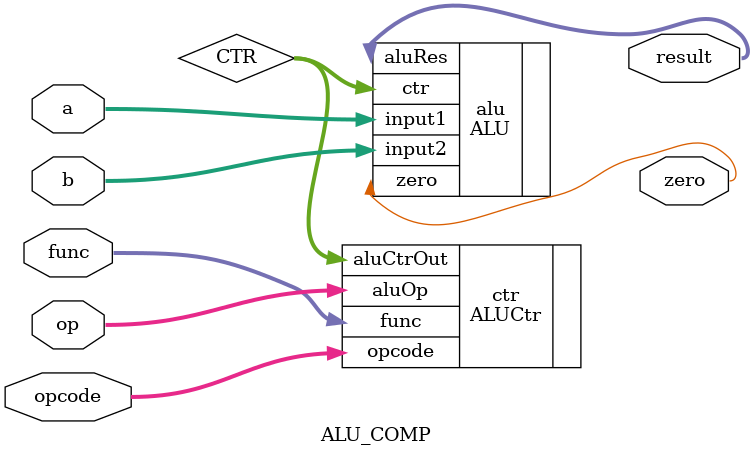
<source format=v>
`timescale 1ns / 1ps


module ALU_COMP(
    input[31:0] a,
    input[31:0] b,
    input[1:0] op,
    input[5:0] func,
    input[5:0] opcode,
    output[31:0] result,
    output zero
    );
    wire[3:0] CTR;
    ALUCtr ctr(
        .aluOp(op),
        .func(func),
        .opcode(opcode),
        .aluCtrOut(CTR)
    );
    ALU alu(
        .input1(a),
        .input2(b),
        .ctr(CTR),
        .zero(zero),
        .aluRes(result)
    );
endmodule

</source>
